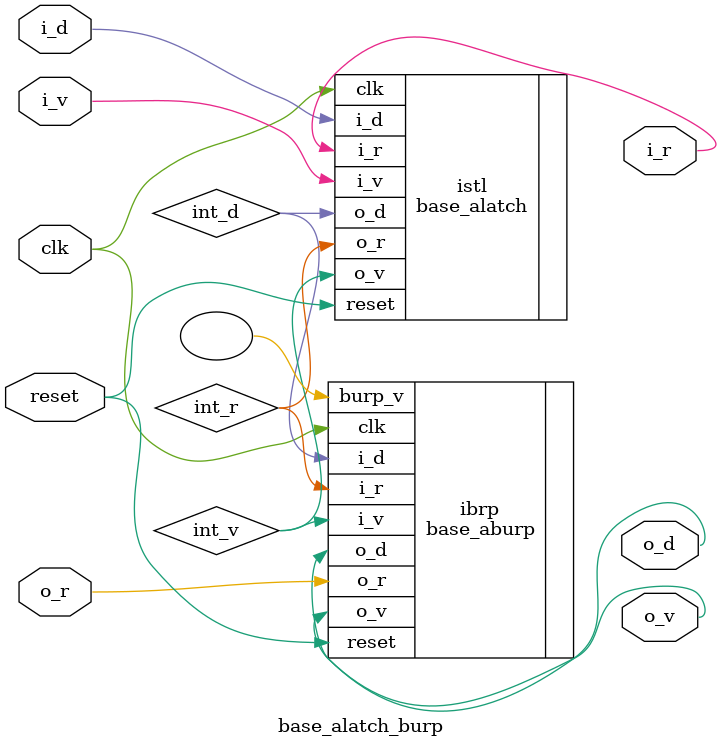
<source format=v>
module base_alatch_burp#
  (
   parameter width=1,
   parameter del_width=0
   )
  (
   input clk, 
   input reset,
   input i_v,
   input [0:width+del_width-1] i_d,
   output 	     i_r,
   output 	     o_v,
   output [0:width+del_width-1] o_d,
   input 	      o_r
   );
   
   wire 	      int_v, int_r;
   wire [0:width+del_width-1]   int_d;
   
   base_alatch#(.width(width),.del_width(del_width)) istl(.clk(clk), .reset(reset), .i_v(i_v), .i_d(i_d), .i_r(i_r), .o_v(int_v), .o_d(int_d), .o_r(int_r));
   base_aburp#(.width(width),.del_width(del_width))  ibrp(.clk(clk), .reset(reset), .i_v(int_v), .i_d(int_d), .i_r(int_r), .o_v(o_v), .o_d(o_d), .o_r(o_r),.burp_v());

endmodule // base_burp

   
	     
	 
   
   


</source>
